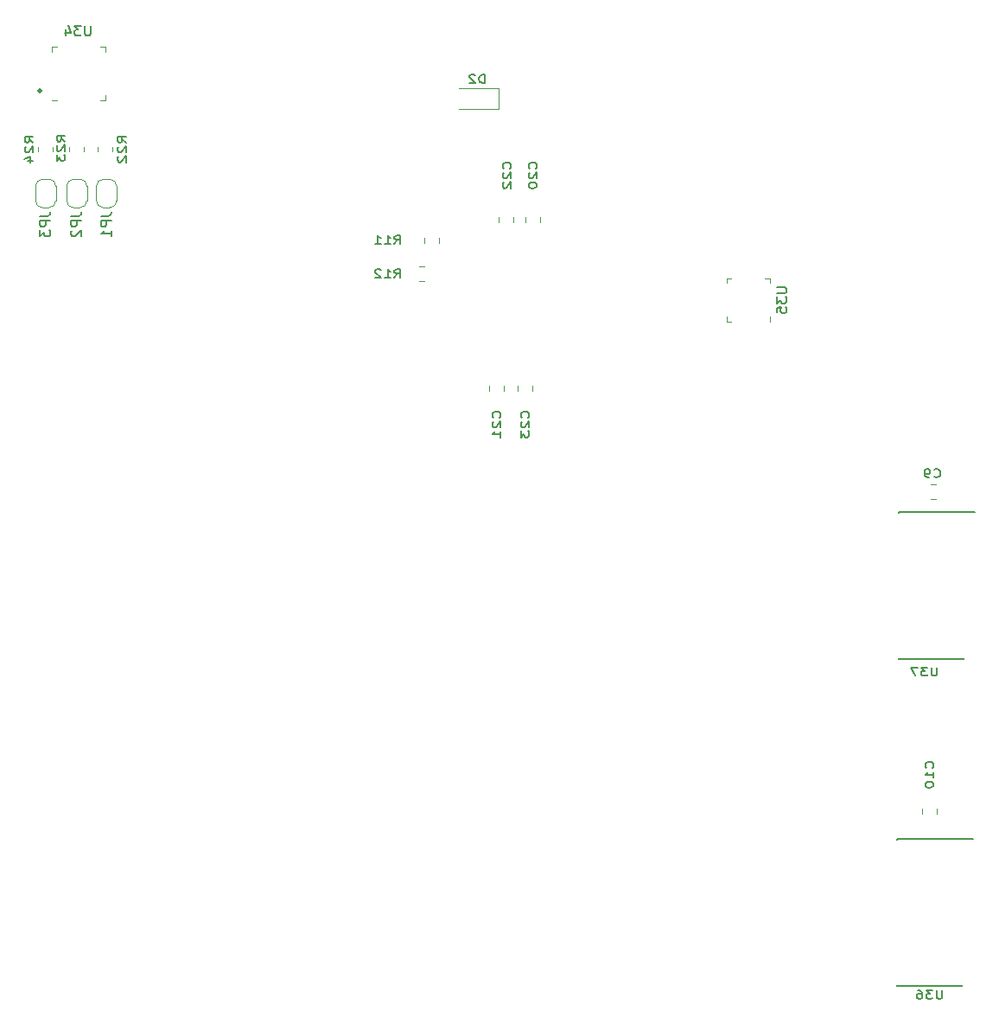
<source format=gbr>
%TF.GenerationSoftware,KiCad,Pcbnew,(5.1.8-0-10_14)*%
%TF.CreationDate,2021-06-09T19:28:07+01:00*%
%TF.ProjectId,BassStation_Sequencer_MidiInterface,42617373-5374-4617-9469-6f6e5f536571,A*%
%TF.SameCoordinates,Original*%
%TF.FileFunction,Legend,Bot*%
%TF.FilePolarity,Positive*%
%FSLAX46Y46*%
G04 Gerber Fmt 4.6, Leading zero omitted, Abs format (unit mm)*
G04 Created by KiCad (PCBNEW (5.1.8-0-10_14)) date 2021-06-09 19:28:07*
%MOMM*%
%LPD*%
G01*
G04 APERTURE LIST*
%ADD10C,0.500000*%
%ADD11C,0.120000*%
%ADD12C,0.150000*%
%ADD13C,0.153000*%
G04 APERTURE END LIST*
D10*
X118567200Y-119278400D02*
G75*
G03*
X118567200Y-119278400I0J0D01*
G01*
D11*
%TO.C,U35*%
X190070000Y-138065000D02*
X190070000Y-137590000D01*
X190070000Y-137590000D02*
X189595000Y-137590000D01*
X185850000Y-141335000D02*
X185850000Y-141810000D01*
X185850000Y-141810000D02*
X186325000Y-141810000D01*
X185850000Y-138065000D02*
X185850000Y-137590000D01*
X185850000Y-137590000D02*
X186325000Y-137590000D01*
X190070000Y-141335000D02*
X190070000Y-141810000D01*
D12*
%TO.C,U37*%
X202692000Y-160578500D02*
X202692000Y-160586000D01*
X202692000Y-174828500D02*
X202692000Y-174821000D01*
X209042000Y-174828500D02*
X209042000Y-174821000D01*
X210117000Y-160503500D02*
X202692000Y-160503500D01*
X209042000Y-174828500D02*
X202692000Y-174828500D01*
D11*
%TO.C,U34*%
X124499500Y-120148500D02*
X124974500Y-120148500D01*
X124974500Y-120148500D02*
X124974500Y-119673500D01*
X120229500Y-114928500D02*
X119754500Y-114928500D01*
X119754500Y-114928500D02*
X119754500Y-115403500D01*
X124499500Y-114928500D02*
X124974500Y-114928500D01*
X124974500Y-114928500D02*
X124974500Y-115403500D01*
X120229500Y-120148500D02*
X119754500Y-120148500D01*
%TO.C,JP3*%
X119426000Y-127886000D02*
X118826000Y-127886000D01*
X120126000Y-129986000D02*
X120126000Y-128586000D01*
X118826000Y-130686000D02*
X119426000Y-130686000D01*
X118126000Y-128586000D02*
X118126000Y-129986000D01*
X118826000Y-127886000D02*
G75*
G03*
X118126000Y-128586000I0J-700000D01*
G01*
X120126000Y-128586000D02*
G75*
G03*
X119426000Y-127886000I-700000J0D01*
G01*
X119426000Y-130686000D02*
G75*
G03*
X120126000Y-129986000I0J700000D01*
G01*
X118126000Y-129986000D02*
G75*
G03*
X118826000Y-130686000I700000J0D01*
G01*
%TO.C,JP2*%
X122474000Y-127886000D02*
X121874000Y-127886000D01*
X123174000Y-129986000D02*
X123174000Y-128586000D01*
X121874000Y-130686000D02*
X122474000Y-130686000D01*
X121174000Y-128586000D02*
X121174000Y-129986000D01*
X121874000Y-127886000D02*
G75*
G03*
X121174000Y-128586000I0J-700000D01*
G01*
X123174000Y-128586000D02*
G75*
G03*
X122474000Y-127886000I-700000J0D01*
G01*
X122474000Y-130686000D02*
G75*
G03*
X123174000Y-129986000I0J700000D01*
G01*
X121174000Y-129986000D02*
G75*
G03*
X121874000Y-130686000I700000J0D01*
G01*
%TO.C,JP1*%
X125395000Y-127886000D02*
X124795000Y-127886000D01*
X126095000Y-129986000D02*
X126095000Y-128586000D01*
X124795000Y-130686000D02*
X125395000Y-130686000D01*
X124095000Y-128586000D02*
X124095000Y-129986000D01*
X124795000Y-127886000D02*
G75*
G03*
X124095000Y-128586000I0J-700000D01*
G01*
X126095000Y-128586000D02*
G75*
G03*
X125395000Y-127886000I-700000J0D01*
G01*
X125395000Y-130686000D02*
G75*
G03*
X126095000Y-129986000I0J700000D01*
G01*
X124095000Y-129986000D02*
G75*
G03*
X124795000Y-130686000I700000J0D01*
G01*
D12*
%TO.C,U36*%
X202565000Y-192582500D02*
X202565000Y-192590000D01*
X202565000Y-206832500D02*
X202565000Y-206825000D01*
X208915000Y-206832500D02*
X208915000Y-206825000D01*
X209990000Y-192507500D02*
X202565000Y-192507500D01*
X208915000Y-206832500D02*
X202565000Y-206832500D01*
D11*
%TO.C,R24*%
X119861000Y-125195064D02*
X119861000Y-124740936D01*
X118391000Y-125195064D02*
X118391000Y-124740936D01*
%TO.C,R23*%
X122909000Y-125195064D02*
X122909000Y-124740936D01*
X121439000Y-125195064D02*
X121439000Y-124740936D01*
%TO.C,R22*%
X125703000Y-125195064D02*
X125703000Y-124740936D01*
X124233000Y-125195064D02*
X124233000Y-124740936D01*
%TO.C,R12*%
X156217252Y-136425000D02*
X155694748Y-136425000D01*
X156217252Y-137895000D02*
X155694748Y-137895000D01*
%TO.C,R11*%
X156237000Y-133596748D02*
X156237000Y-134119252D01*
X157707000Y-133596748D02*
X157707000Y-134119252D01*
%TO.C,D2*%
X163490000Y-119015000D02*
X163490000Y-121015000D01*
X163490000Y-121015000D02*
X159640000Y-121015000D01*
X163490000Y-119015000D02*
X159640000Y-119015000D01*
%TO.C,C23*%
X165381000Y-148074748D02*
X165381000Y-148597252D01*
X166851000Y-148074748D02*
X166851000Y-148597252D01*
%TO.C,C22*%
X164946000Y-132087252D02*
X164946000Y-131564748D01*
X163476000Y-132087252D02*
X163476000Y-131564748D01*
%TO.C,C21*%
X162587000Y-148074748D02*
X162587000Y-148597252D01*
X164057000Y-148074748D02*
X164057000Y-148597252D01*
%TO.C,C20*%
X167613000Y-132087252D02*
X167613000Y-131564748D01*
X166143000Y-132087252D02*
X166143000Y-131564748D01*
%TO.C,C10*%
X206475000Y-189999252D02*
X206475000Y-189476748D01*
X205005000Y-189999252D02*
X205005000Y-189476748D01*
%TO.C,C9*%
X205859748Y-159231000D02*
X206382252Y-159231000D01*
X205859748Y-157761000D02*
X206382252Y-157761000D01*
%TO.C,U35*%
D12*
X190732380Y-138461904D02*
X191541904Y-138461904D01*
X191637142Y-138509523D01*
X191684761Y-138557142D01*
X191732380Y-138652380D01*
X191732380Y-138842857D01*
X191684761Y-138938095D01*
X191637142Y-138985714D01*
X191541904Y-139033333D01*
X190732380Y-139033333D01*
X190732380Y-139414285D02*
X190732380Y-140033333D01*
X191113333Y-139700000D01*
X191113333Y-139842857D01*
X191160952Y-139938095D01*
X191208571Y-139985714D01*
X191303809Y-140033333D01*
X191541904Y-140033333D01*
X191637142Y-139985714D01*
X191684761Y-139938095D01*
X191732380Y-139842857D01*
X191732380Y-139557142D01*
X191684761Y-139461904D01*
X191637142Y-139414285D01*
X190732380Y-140938095D02*
X190732380Y-140461904D01*
X191208571Y-140414285D01*
X191160952Y-140461904D01*
X191113333Y-140557142D01*
X191113333Y-140795238D01*
X191160952Y-140890476D01*
X191208571Y-140938095D01*
X191303809Y-140985714D01*
X191541904Y-140985714D01*
X191637142Y-140938095D01*
X191684761Y-140890476D01*
X191732380Y-140795238D01*
X191732380Y-140557142D01*
X191684761Y-140461904D01*
X191637142Y-140414285D01*
%TO.C,U37*%
D13*
X206470095Y-175710904D02*
X206470095Y-176358523D01*
X206422476Y-176434714D01*
X206374857Y-176472809D01*
X206279619Y-176510904D01*
X206089142Y-176510904D01*
X205993904Y-176472809D01*
X205946285Y-176434714D01*
X205898666Y-176358523D01*
X205898666Y-175710904D01*
X205517714Y-175710904D02*
X204898666Y-175710904D01*
X205232000Y-176015666D01*
X205089142Y-176015666D01*
X204993904Y-176053761D01*
X204946285Y-176091857D01*
X204898666Y-176168047D01*
X204898666Y-176358523D01*
X204946285Y-176434714D01*
X204993904Y-176472809D01*
X205089142Y-176510904D01*
X205374857Y-176510904D01*
X205470095Y-176472809D01*
X205517714Y-176434714D01*
X204565333Y-175710904D02*
X203898666Y-175710904D01*
X204327238Y-176510904D01*
%TO.C,U34*%
D12*
X123539095Y-112863380D02*
X123539095Y-113672904D01*
X123491476Y-113768142D01*
X123443857Y-113815761D01*
X123348619Y-113863380D01*
X123158142Y-113863380D01*
X123062904Y-113815761D01*
X123015285Y-113768142D01*
X122967666Y-113672904D01*
X122967666Y-112863380D01*
X122586714Y-112863380D02*
X121967666Y-112863380D01*
X122301000Y-113244333D01*
X122158142Y-113244333D01*
X122062904Y-113291952D01*
X122015285Y-113339571D01*
X121967666Y-113434809D01*
X121967666Y-113672904D01*
X122015285Y-113768142D01*
X122062904Y-113815761D01*
X122158142Y-113863380D01*
X122443857Y-113863380D01*
X122539095Y-113815761D01*
X122586714Y-113768142D01*
X121110523Y-113196714D02*
X121110523Y-113863380D01*
X121348619Y-112815761D02*
X121586714Y-113530047D01*
X120967666Y-113530047D01*
%TO.C,JP3*%
X118578380Y-131500666D02*
X119292666Y-131500666D01*
X119435523Y-131453047D01*
X119530761Y-131357809D01*
X119578380Y-131214952D01*
X119578380Y-131119714D01*
X119578380Y-131976857D02*
X118578380Y-131976857D01*
X118578380Y-132357809D01*
X118626000Y-132453047D01*
X118673619Y-132500666D01*
X118768857Y-132548285D01*
X118911714Y-132548285D01*
X119006952Y-132500666D01*
X119054571Y-132453047D01*
X119102190Y-132357809D01*
X119102190Y-131976857D01*
X118578380Y-132881619D02*
X118578380Y-133500666D01*
X118959333Y-133167333D01*
X118959333Y-133310190D01*
X119006952Y-133405428D01*
X119054571Y-133453047D01*
X119149809Y-133500666D01*
X119387904Y-133500666D01*
X119483142Y-133453047D01*
X119530761Y-133405428D01*
X119578380Y-133310190D01*
X119578380Y-133024476D01*
X119530761Y-132929238D01*
X119483142Y-132881619D01*
%TO.C,JP2*%
X121626380Y-131500666D02*
X122340666Y-131500666D01*
X122483523Y-131453047D01*
X122578761Y-131357809D01*
X122626380Y-131214952D01*
X122626380Y-131119714D01*
X122626380Y-131976857D02*
X121626380Y-131976857D01*
X121626380Y-132357809D01*
X121674000Y-132453047D01*
X121721619Y-132500666D01*
X121816857Y-132548285D01*
X121959714Y-132548285D01*
X122054952Y-132500666D01*
X122102571Y-132453047D01*
X122150190Y-132357809D01*
X122150190Y-131976857D01*
X121721619Y-132929238D02*
X121674000Y-132976857D01*
X121626380Y-133072095D01*
X121626380Y-133310190D01*
X121674000Y-133405428D01*
X121721619Y-133453047D01*
X121816857Y-133500666D01*
X121912095Y-133500666D01*
X122054952Y-133453047D01*
X122626380Y-132881619D01*
X122626380Y-133500666D01*
%TO.C,JP1*%
X124547380Y-131500666D02*
X125261666Y-131500666D01*
X125404523Y-131453047D01*
X125499761Y-131357809D01*
X125547380Y-131214952D01*
X125547380Y-131119714D01*
X125547380Y-131976857D02*
X124547380Y-131976857D01*
X124547380Y-132357809D01*
X124595000Y-132453047D01*
X124642619Y-132500666D01*
X124737857Y-132548285D01*
X124880714Y-132548285D01*
X124975952Y-132500666D01*
X125023571Y-132453047D01*
X125071190Y-132357809D01*
X125071190Y-131976857D01*
X125547380Y-133500666D02*
X125547380Y-132929238D01*
X125547380Y-133214952D02*
X124547380Y-133214952D01*
X124690238Y-133119714D01*
X124785476Y-133024476D01*
X124833095Y-132929238D01*
%TO.C,U36*%
D13*
X206978095Y-207333904D02*
X206978095Y-207981523D01*
X206930476Y-208057714D01*
X206882857Y-208095809D01*
X206787619Y-208133904D01*
X206597142Y-208133904D01*
X206501904Y-208095809D01*
X206454285Y-208057714D01*
X206406666Y-207981523D01*
X206406666Y-207333904D01*
X206025714Y-207333904D02*
X205406666Y-207333904D01*
X205740000Y-207638666D01*
X205597142Y-207638666D01*
X205501904Y-207676761D01*
X205454285Y-207714857D01*
X205406666Y-207791047D01*
X205406666Y-207981523D01*
X205454285Y-208057714D01*
X205501904Y-208095809D01*
X205597142Y-208133904D01*
X205882857Y-208133904D01*
X205978095Y-208095809D01*
X206025714Y-208057714D01*
X204549523Y-207333904D02*
X204740000Y-207333904D01*
X204835238Y-207372000D01*
X204882857Y-207410095D01*
X204978095Y-207524380D01*
X205025714Y-207676761D01*
X205025714Y-207981523D01*
X204978095Y-208057714D01*
X204930476Y-208095809D01*
X204835238Y-208133904D01*
X204644761Y-208133904D01*
X204549523Y-208095809D01*
X204501904Y-208057714D01*
X204454285Y-207981523D01*
X204454285Y-207791047D01*
X204501904Y-207714857D01*
X204549523Y-207676761D01*
X204644761Y-207638666D01*
X204835238Y-207638666D01*
X204930476Y-207676761D01*
X204978095Y-207714857D01*
X205025714Y-207791047D01*
%TO.C,R24*%
X117900404Y-124325142D02*
X117519452Y-123991809D01*
X117900404Y-123753714D02*
X117100404Y-123753714D01*
X117100404Y-124134666D01*
X117138500Y-124229904D01*
X117176595Y-124277523D01*
X117252785Y-124325142D01*
X117367071Y-124325142D01*
X117443261Y-124277523D01*
X117481357Y-124229904D01*
X117519452Y-124134666D01*
X117519452Y-123753714D01*
X117176595Y-124706095D02*
X117138500Y-124753714D01*
X117100404Y-124848952D01*
X117100404Y-125087047D01*
X117138500Y-125182285D01*
X117176595Y-125229904D01*
X117252785Y-125277523D01*
X117328976Y-125277523D01*
X117443261Y-125229904D01*
X117900404Y-124658476D01*
X117900404Y-125277523D01*
X117367071Y-126134666D02*
X117900404Y-126134666D01*
X117062309Y-125896571D02*
X117633738Y-125658476D01*
X117633738Y-126277523D01*
%TO.C,R23*%
X121011904Y-124198142D02*
X120630952Y-123864809D01*
X121011904Y-123626714D02*
X120211904Y-123626714D01*
X120211904Y-124007666D01*
X120250000Y-124102904D01*
X120288095Y-124150523D01*
X120364285Y-124198142D01*
X120478571Y-124198142D01*
X120554761Y-124150523D01*
X120592857Y-124102904D01*
X120630952Y-124007666D01*
X120630952Y-123626714D01*
X120288095Y-124579095D02*
X120250000Y-124626714D01*
X120211904Y-124721952D01*
X120211904Y-124960047D01*
X120250000Y-125055285D01*
X120288095Y-125102904D01*
X120364285Y-125150523D01*
X120440476Y-125150523D01*
X120554761Y-125102904D01*
X121011904Y-124531476D01*
X121011904Y-125150523D01*
X120211904Y-125483857D02*
X120211904Y-126102904D01*
X120516666Y-125769571D01*
X120516666Y-125912428D01*
X120554761Y-126007666D01*
X120592857Y-126055285D01*
X120669047Y-126102904D01*
X120859523Y-126102904D01*
X120935714Y-126055285D01*
X120973809Y-126007666D01*
X121011904Y-125912428D01*
X121011904Y-125626714D01*
X120973809Y-125531476D01*
X120935714Y-125483857D01*
%TO.C,R22*%
X126980904Y-124325142D02*
X126599952Y-123991809D01*
X126980904Y-123753714D02*
X126180904Y-123753714D01*
X126180904Y-124134666D01*
X126219000Y-124229904D01*
X126257095Y-124277523D01*
X126333285Y-124325142D01*
X126447571Y-124325142D01*
X126523761Y-124277523D01*
X126561857Y-124229904D01*
X126599952Y-124134666D01*
X126599952Y-123753714D01*
X126257095Y-124706095D02*
X126219000Y-124753714D01*
X126180904Y-124848952D01*
X126180904Y-125087047D01*
X126219000Y-125182285D01*
X126257095Y-125229904D01*
X126333285Y-125277523D01*
X126409476Y-125277523D01*
X126523761Y-125229904D01*
X126980904Y-124658476D01*
X126980904Y-125277523D01*
X126257095Y-125658476D02*
X126219000Y-125706095D01*
X126180904Y-125801333D01*
X126180904Y-126039428D01*
X126219000Y-126134666D01*
X126257095Y-126182285D01*
X126333285Y-126229904D01*
X126409476Y-126229904D01*
X126523761Y-126182285D01*
X126980904Y-125610857D01*
X126980904Y-126229904D01*
%TO.C,R12*%
X153296857Y-137521904D02*
X153630190Y-137140952D01*
X153868285Y-137521904D02*
X153868285Y-136721904D01*
X153487333Y-136721904D01*
X153392095Y-136760000D01*
X153344476Y-136798095D01*
X153296857Y-136874285D01*
X153296857Y-136988571D01*
X153344476Y-137064761D01*
X153392095Y-137102857D01*
X153487333Y-137140952D01*
X153868285Y-137140952D01*
X152344476Y-137521904D02*
X152915904Y-137521904D01*
X152630190Y-137521904D02*
X152630190Y-136721904D01*
X152725428Y-136836190D01*
X152820666Y-136912380D01*
X152915904Y-136950476D01*
X151963523Y-136798095D02*
X151915904Y-136760000D01*
X151820666Y-136721904D01*
X151582571Y-136721904D01*
X151487333Y-136760000D01*
X151439714Y-136798095D01*
X151392095Y-136874285D01*
X151392095Y-136950476D01*
X151439714Y-137064761D01*
X152011142Y-137521904D01*
X151392095Y-137521904D01*
%TO.C,R11*%
X153296857Y-134219904D02*
X153630190Y-133838952D01*
X153868285Y-134219904D02*
X153868285Y-133419904D01*
X153487333Y-133419904D01*
X153392095Y-133458000D01*
X153344476Y-133496095D01*
X153296857Y-133572285D01*
X153296857Y-133686571D01*
X153344476Y-133762761D01*
X153392095Y-133800857D01*
X153487333Y-133838952D01*
X153868285Y-133838952D01*
X152344476Y-134219904D02*
X152915904Y-134219904D01*
X152630190Y-134219904D02*
X152630190Y-133419904D01*
X152725428Y-133534190D01*
X152820666Y-133610380D01*
X152915904Y-133648476D01*
X151392095Y-134219904D02*
X151963523Y-134219904D01*
X151677809Y-134219904D02*
X151677809Y-133419904D01*
X151773047Y-133534190D01*
X151868285Y-133610380D01*
X151963523Y-133648476D01*
%TO.C,D2*%
X162155095Y-118471904D02*
X162155095Y-117671904D01*
X161917000Y-117671904D01*
X161774142Y-117710000D01*
X161678904Y-117786190D01*
X161631285Y-117862380D01*
X161583666Y-118014761D01*
X161583666Y-118129047D01*
X161631285Y-118281428D01*
X161678904Y-118357619D01*
X161774142Y-118433809D01*
X161917000Y-118471904D01*
X162155095Y-118471904D01*
X161202714Y-117748095D02*
X161155095Y-117710000D01*
X161059857Y-117671904D01*
X160821761Y-117671904D01*
X160726523Y-117710000D01*
X160678904Y-117748095D01*
X160631285Y-117824285D01*
X160631285Y-117900476D01*
X160678904Y-118014761D01*
X161250333Y-118471904D01*
X160631285Y-118471904D01*
%TO.C,C23*%
X166401714Y-151249142D02*
X166439809Y-151201523D01*
X166477904Y-151058666D01*
X166477904Y-150963428D01*
X166439809Y-150820571D01*
X166363619Y-150725333D01*
X166287428Y-150677714D01*
X166135047Y-150630095D01*
X166020761Y-150630095D01*
X165868380Y-150677714D01*
X165792190Y-150725333D01*
X165716000Y-150820571D01*
X165677904Y-150963428D01*
X165677904Y-151058666D01*
X165716000Y-151201523D01*
X165754095Y-151249142D01*
X165754095Y-151630095D02*
X165716000Y-151677714D01*
X165677904Y-151772952D01*
X165677904Y-152011047D01*
X165716000Y-152106285D01*
X165754095Y-152153904D01*
X165830285Y-152201523D01*
X165906476Y-152201523D01*
X166020761Y-152153904D01*
X166477904Y-151582476D01*
X166477904Y-152201523D01*
X165677904Y-152534857D02*
X165677904Y-153153904D01*
X165982666Y-152820571D01*
X165982666Y-152963428D01*
X166020761Y-153058666D01*
X166058857Y-153106285D01*
X166135047Y-153153904D01*
X166325523Y-153153904D01*
X166401714Y-153106285D01*
X166439809Y-153058666D01*
X166477904Y-152963428D01*
X166477904Y-152677714D01*
X166439809Y-152582476D01*
X166401714Y-152534857D01*
%TO.C,C22*%
X164623714Y-126865142D02*
X164661809Y-126817523D01*
X164699904Y-126674666D01*
X164699904Y-126579428D01*
X164661809Y-126436571D01*
X164585619Y-126341333D01*
X164509428Y-126293714D01*
X164357047Y-126246095D01*
X164242761Y-126246095D01*
X164090380Y-126293714D01*
X164014190Y-126341333D01*
X163938000Y-126436571D01*
X163899904Y-126579428D01*
X163899904Y-126674666D01*
X163938000Y-126817523D01*
X163976095Y-126865142D01*
X163976095Y-127246095D02*
X163938000Y-127293714D01*
X163899904Y-127388952D01*
X163899904Y-127627047D01*
X163938000Y-127722285D01*
X163976095Y-127769904D01*
X164052285Y-127817523D01*
X164128476Y-127817523D01*
X164242761Y-127769904D01*
X164699904Y-127198476D01*
X164699904Y-127817523D01*
X163976095Y-128198476D02*
X163938000Y-128246095D01*
X163899904Y-128341333D01*
X163899904Y-128579428D01*
X163938000Y-128674666D01*
X163976095Y-128722285D01*
X164052285Y-128769904D01*
X164128476Y-128769904D01*
X164242761Y-128722285D01*
X164699904Y-128150857D01*
X164699904Y-128769904D01*
%TO.C,C21*%
X163607714Y-151249142D02*
X163645809Y-151201523D01*
X163683904Y-151058666D01*
X163683904Y-150963428D01*
X163645809Y-150820571D01*
X163569619Y-150725333D01*
X163493428Y-150677714D01*
X163341047Y-150630095D01*
X163226761Y-150630095D01*
X163074380Y-150677714D01*
X162998190Y-150725333D01*
X162922000Y-150820571D01*
X162883904Y-150963428D01*
X162883904Y-151058666D01*
X162922000Y-151201523D01*
X162960095Y-151249142D01*
X162960095Y-151630095D02*
X162922000Y-151677714D01*
X162883904Y-151772952D01*
X162883904Y-152011047D01*
X162922000Y-152106285D01*
X162960095Y-152153904D01*
X163036285Y-152201523D01*
X163112476Y-152201523D01*
X163226761Y-152153904D01*
X163683904Y-151582476D01*
X163683904Y-152201523D01*
X163683904Y-153153904D02*
X163683904Y-152582476D01*
X163683904Y-152868190D02*
X162883904Y-152868190D01*
X162998190Y-152772952D01*
X163074380Y-152677714D01*
X163112476Y-152582476D01*
%TO.C,C20*%
X167163714Y-126865142D02*
X167201809Y-126817523D01*
X167239904Y-126674666D01*
X167239904Y-126579428D01*
X167201809Y-126436571D01*
X167125619Y-126341333D01*
X167049428Y-126293714D01*
X166897047Y-126246095D01*
X166782761Y-126246095D01*
X166630380Y-126293714D01*
X166554190Y-126341333D01*
X166478000Y-126436571D01*
X166439904Y-126579428D01*
X166439904Y-126674666D01*
X166478000Y-126817523D01*
X166516095Y-126865142D01*
X166516095Y-127246095D02*
X166478000Y-127293714D01*
X166439904Y-127388952D01*
X166439904Y-127627047D01*
X166478000Y-127722285D01*
X166516095Y-127769904D01*
X166592285Y-127817523D01*
X166668476Y-127817523D01*
X166782761Y-127769904D01*
X167239904Y-127198476D01*
X167239904Y-127817523D01*
X166439904Y-128436571D02*
X166439904Y-128531809D01*
X166478000Y-128627047D01*
X166516095Y-128674666D01*
X166592285Y-128722285D01*
X166744666Y-128769904D01*
X166935142Y-128769904D01*
X167087523Y-128722285D01*
X167163714Y-128674666D01*
X167201809Y-128627047D01*
X167239904Y-128531809D01*
X167239904Y-128436571D01*
X167201809Y-128341333D01*
X167163714Y-128293714D01*
X167087523Y-128246095D01*
X166935142Y-128198476D01*
X166744666Y-128198476D01*
X166592285Y-128246095D01*
X166516095Y-128293714D01*
X166478000Y-128341333D01*
X166439904Y-128436571D01*
%TO.C,C10*%
X206025714Y-185539142D02*
X206063809Y-185491523D01*
X206101904Y-185348666D01*
X206101904Y-185253428D01*
X206063809Y-185110571D01*
X205987619Y-185015333D01*
X205911428Y-184967714D01*
X205759047Y-184920095D01*
X205644761Y-184920095D01*
X205492380Y-184967714D01*
X205416190Y-185015333D01*
X205340000Y-185110571D01*
X205301904Y-185253428D01*
X205301904Y-185348666D01*
X205340000Y-185491523D01*
X205378095Y-185539142D01*
X206101904Y-186491523D02*
X206101904Y-185920095D01*
X206101904Y-186205809D02*
X205301904Y-186205809D01*
X205416190Y-186110571D01*
X205492380Y-186015333D01*
X205530476Y-185920095D01*
X205301904Y-187110571D02*
X205301904Y-187205809D01*
X205340000Y-187301047D01*
X205378095Y-187348666D01*
X205454285Y-187396285D01*
X205606666Y-187443904D01*
X205797142Y-187443904D01*
X205949523Y-187396285D01*
X206025714Y-187348666D01*
X206063809Y-187301047D01*
X206101904Y-187205809D01*
X206101904Y-187110571D01*
X206063809Y-187015333D01*
X206025714Y-186967714D01*
X205949523Y-186920095D01*
X205797142Y-186872476D01*
X205606666Y-186872476D01*
X205454285Y-186920095D01*
X205378095Y-186967714D01*
X205340000Y-187015333D01*
X205301904Y-187110571D01*
%TO.C,C9*%
X206160666Y-157003714D02*
X206208285Y-157041809D01*
X206351142Y-157079904D01*
X206446380Y-157079904D01*
X206589238Y-157041809D01*
X206684476Y-156965619D01*
X206732095Y-156889428D01*
X206779714Y-156737047D01*
X206779714Y-156622761D01*
X206732095Y-156470380D01*
X206684476Y-156394190D01*
X206589238Y-156318000D01*
X206446380Y-156279904D01*
X206351142Y-156279904D01*
X206208285Y-156318000D01*
X206160666Y-156356095D01*
X205684476Y-157079904D02*
X205494000Y-157079904D01*
X205398761Y-157041809D01*
X205351142Y-157003714D01*
X205255904Y-156889428D01*
X205208285Y-156737047D01*
X205208285Y-156432285D01*
X205255904Y-156356095D01*
X205303523Y-156318000D01*
X205398761Y-156279904D01*
X205589238Y-156279904D01*
X205684476Y-156318000D01*
X205732095Y-156356095D01*
X205779714Y-156432285D01*
X205779714Y-156622761D01*
X205732095Y-156698952D01*
X205684476Y-156737047D01*
X205589238Y-156775142D01*
X205398761Y-156775142D01*
X205303523Y-156737047D01*
X205255904Y-156698952D01*
X205208285Y-156622761D01*
%TD*%
M02*

</source>
